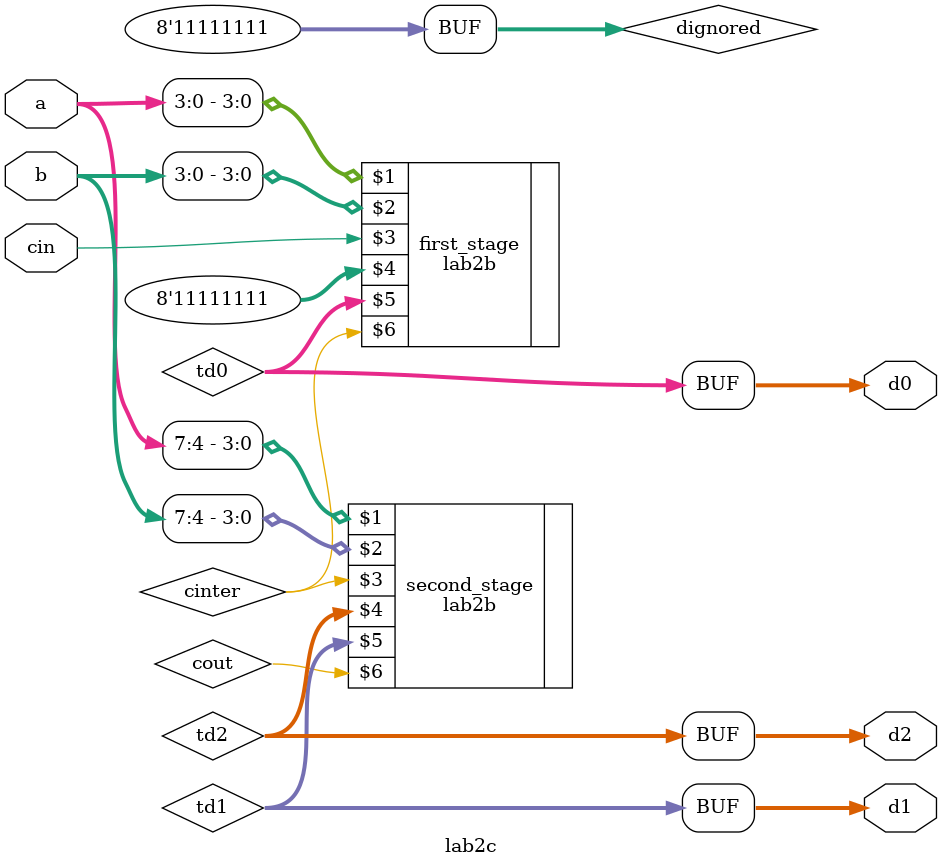
<source format=v>
module lab2c(
    input [7:0] a, b,
	 input cin,          
    output[7:0] d2, d1, d0
);

wire cinter;
wire cout; 
wire [7:0] td2, td1, td0;
wire [7:0] dignored = 8'b11111111;

lab2b first_stage(a[3:0], b[3:0], cin, dignored, td0, cinter);
lab2b second_stage(a[7:4], b[7:4], cinter, td2, td1, cout);

assign d2 = td2;
assign d1 = td1;
assign d0 = td0;

endmodule

</source>
